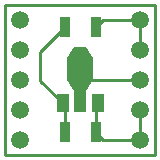
<source format=gtl>
G04*
G04 #@! TF.GenerationSoftware,Altium Limited,Altium Designer,23.1.1 (15)*
G04*
G04 Layer_Physical_Order=1*
G04 Layer_Color=255*
%FSLAX44Y44*%
%MOMM*%
G71*
G04*
G04 #@! TF.SameCoordinates,5B691318-C6FA-4817-97F9-BCD88DC9D6A9*
G04*
G04*
G04 #@! TF.FilePolarity,Positive*
G04*
G01*
G75*
%ADD10C,1.5000*%
%ADD11R,0.9561X1.6582*%
%ADD12R,1.0000X1.5000*%
%ADD13C,0.2540*%
G36*
X58500Y35890D02*
Y53890D01*
X52500Y62890D01*
Y81890D01*
X58500Y90890D01*
X68500D01*
X74500Y81890D01*
Y62890D01*
X68500Y53890D01*
Y35890D01*
X58500D01*
D02*
G37*
D10*
X114300Y88900D02*
D03*
Y114300D02*
D03*
Y38100D02*
D03*
X12700Y88900D02*
D03*
Y38100D02*
D03*
Y63500D02*
D03*
Y12700D02*
D03*
Y114300D02*
D03*
X114300Y12700D02*
D03*
Y63500D02*
D03*
D11*
X50239Y107950D02*
D03*
X76761D02*
D03*
X50239Y19050D02*
D03*
X76761D02*
D03*
D12*
X63500Y43390D02*
D03*
X78500D02*
D03*
X48500D02*
D03*
D13*
X0Y0D02*
X127000D01*
X0Y127000D02*
X127000D01*
Y0D02*
Y127000D01*
X0Y0D02*
Y127000D01*
X114300Y12700D02*
Y38100D01*
X76761Y41651D02*
X78500Y43390D01*
X76761Y19050D02*
Y41651D01*
Y19050D02*
X83111Y12700D01*
X114300D01*
X76761Y107950D02*
X83111Y114300D01*
X114300D01*
X29210Y62680D02*
X48500Y43390D01*
X29210Y62680D02*
Y86921D01*
X50239Y107950D01*
X48500Y43390D02*
X50239Y41651D01*
Y19050D02*
Y41651D01*
X63500Y72390D02*
X72390Y63500D01*
X114300D01*
Y88900D02*
Y114300D01*
M02*

</source>
